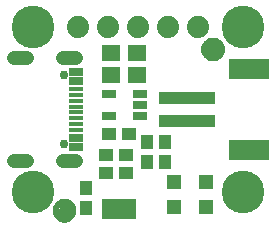
<source format=gbr>
G04 EAGLE Gerber RS-274X export*
G75*
%MOMM*%
%FSLAX34Y34*%
%LPD*%
%INSoldermask Top*%
%IPPOS*%
%AMOC8*
5,1,8,0,0,1.08239X$1,22.5*%
G01*
%ADD10R,1.301600X0.651600*%
%ADD11R,1.301600X1.301600*%
%ADD12R,1.101600X1.176600*%
%ADD13R,4.701600X1.101600*%
%ADD14R,3.501600X1.701600*%
%ADD15R,1.601600X1.401600*%
%ADD16R,1.176600X1.101600*%
%ADD17C,1.101600*%
%ADD18C,0.500000*%
%ADD19R,2.921000X1.651000*%
%ADD20C,3.617600*%
%ADD21R,1.251600X0.676600*%
%ADD22R,1.251600X0.376600*%
%ADD23C,1.209600*%
%ADD24C,0.751600*%
%ADD25C,1.879600*%


D10*
X115871Y89560D03*
X115871Y99060D03*
X115871Y108560D03*
X89869Y108560D03*
X89869Y89560D03*
D11*
X171450Y12995D03*
X171450Y33995D03*
X144780Y12995D03*
X144780Y33995D03*
D12*
X137160Y50555D03*
X137160Y67555D03*
X121920Y50555D03*
X121920Y67555D03*
D13*
X156040Y105250D03*
X156040Y85250D03*
D14*
X208040Y129250D03*
X208040Y61250D03*
D15*
X91440Y124485D03*
X91440Y143485D03*
X113030Y124485D03*
X113030Y143485D03*
D16*
X89925Y74930D03*
X106925Y74930D03*
D17*
X52070Y9525D03*
D18*
X52070Y17025D02*
X51889Y17023D01*
X51708Y17016D01*
X51527Y17005D01*
X51346Y16990D01*
X51166Y16970D01*
X50986Y16946D01*
X50807Y16918D01*
X50629Y16885D01*
X50452Y16848D01*
X50275Y16807D01*
X50100Y16762D01*
X49925Y16712D01*
X49752Y16658D01*
X49581Y16600D01*
X49410Y16538D01*
X49242Y16471D01*
X49075Y16401D01*
X48909Y16327D01*
X48746Y16248D01*
X48585Y16166D01*
X48425Y16080D01*
X48268Y15990D01*
X48113Y15896D01*
X47960Y15799D01*
X47810Y15697D01*
X47662Y15593D01*
X47516Y15484D01*
X47374Y15373D01*
X47234Y15257D01*
X47097Y15139D01*
X46962Y15017D01*
X46831Y14892D01*
X46703Y14764D01*
X46578Y14633D01*
X46456Y14498D01*
X46338Y14361D01*
X46222Y14221D01*
X46111Y14079D01*
X46002Y13933D01*
X45898Y13785D01*
X45796Y13635D01*
X45699Y13482D01*
X45605Y13327D01*
X45515Y13170D01*
X45429Y13010D01*
X45347Y12849D01*
X45268Y12686D01*
X45194Y12520D01*
X45124Y12353D01*
X45057Y12185D01*
X44995Y12014D01*
X44937Y11843D01*
X44883Y11670D01*
X44833Y11495D01*
X44788Y11320D01*
X44747Y11143D01*
X44710Y10966D01*
X44677Y10788D01*
X44649Y10609D01*
X44625Y10429D01*
X44605Y10249D01*
X44590Y10068D01*
X44579Y9887D01*
X44572Y9706D01*
X44570Y9525D01*
X52070Y17025D02*
X52251Y17023D01*
X52432Y17016D01*
X52613Y17005D01*
X52794Y16990D01*
X52974Y16970D01*
X53154Y16946D01*
X53333Y16918D01*
X53511Y16885D01*
X53688Y16848D01*
X53865Y16807D01*
X54040Y16762D01*
X54215Y16712D01*
X54388Y16658D01*
X54559Y16600D01*
X54730Y16538D01*
X54898Y16471D01*
X55065Y16401D01*
X55231Y16327D01*
X55394Y16248D01*
X55555Y16166D01*
X55715Y16080D01*
X55872Y15990D01*
X56027Y15896D01*
X56180Y15799D01*
X56330Y15697D01*
X56478Y15593D01*
X56624Y15484D01*
X56766Y15373D01*
X56906Y15257D01*
X57043Y15139D01*
X57178Y15017D01*
X57309Y14892D01*
X57437Y14764D01*
X57562Y14633D01*
X57684Y14498D01*
X57802Y14361D01*
X57918Y14221D01*
X58029Y14079D01*
X58138Y13933D01*
X58242Y13785D01*
X58344Y13635D01*
X58441Y13482D01*
X58535Y13327D01*
X58625Y13170D01*
X58711Y13010D01*
X58793Y12849D01*
X58872Y12686D01*
X58946Y12520D01*
X59016Y12353D01*
X59083Y12185D01*
X59145Y12014D01*
X59203Y11843D01*
X59257Y11670D01*
X59307Y11495D01*
X59352Y11320D01*
X59393Y11143D01*
X59430Y10966D01*
X59463Y10788D01*
X59491Y10609D01*
X59515Y10429D01*
X59535Y10249D01*
X59550Y10068D01*
X59561Y9887D01*
X59568Y9706D01*
X59570Y9525D01*
X59568Y9344D01*
X59561Y9163D01*
X59550Y8982D01*
X59535Y8801D01*
X59515Y8621D01*
X59491Y8441D01*
X59463Y8262D01*
X59430Y8084D01*
X59393Y7907D01*
X59352Y7730D01*
X59307Y7555D01*
X59257Y7380D01*
X59203Y7207D01*
X59145Y7036D01*
X59083Y6865D01*
X59016Y6697D01*
X58946Y6530D01*
X58872Y6364D01*
X58793Y6201D01*
X58711Y6040D01*
X58625Y5880D01*
X58535Y5723D01*
X58441Y5568D01*
X58344Y5415D01*
X58242Y5265D01*
X58138Y5117D01*
X58029Y4971D01*
X57918Y4829D01*
X57802Y4689D01*
X57684Y4552D01*
X57562Y4417D01*
X57437Y4286D01*
X57309Y4158D01*
X57178Y4033D01*
X57043Y3911D01*
X56906Y3793D01*
X56766Y3677D01*
X56624Y3566D01*
X56478Y3457D01*
X56330Y3353D01*
X56180Y3251D01*
X56027Y3154D01*
X55872Y3060D01*
X55715Y2970D01*
X55555Y2884D01*
X55394Y2802D01*
X55231Y2723D01*
X55065Y2649D01*
X54898Y2579D01*
X54730Y2512D01*
X54559Y2450D01*
X54388Y2392D01*
X54215Y2338D01*
X54040Y2288D01*
X53865Y2243D01*
X53688Y2202D01*
X53511Y2165D01*
X53333Y2132D01*
X53154Y2104D01*
X52974Y2080D01*
X52794Y2060D01*
X52613Y2045D01*
X52432Y2034D01*
X52251Y2027D01*
X52070Y2025D01*
X51889Y2027D01*
X51708Y2034D01*
X51527Y2045D01*
X51346Y2060D01*
X51166Y2080D01*
X50986Y2104D01*
X50807Y2132D01*
X50629Y2165D01*
X50452Y2202D01*
X50275Y2243D01*
X50100Y2288D01*
X49925Y2338D01*
X49752Y2392D01*
X49581Y2450D01*
X49410Y2512D01*
X49242Y2579D01*
X49075Y2649D01*
X48909Y2723D01*
X48746Y2802D01*
X48585Y2884D01*
X48425Y2970D01*
X48268Y3060D01*
X48113Y3154D01*
X47960Y3251D01*
X47810Y3353D01*
X47662Y3457D01*
X47516Y3566D01*
X47374Y3677D01*
X47234Y3793D01*
X47097Y3911D01*
X46962Y4033D01*
X46831Y4158D01*
X46703Y4286D01*
X46578Y4417D01*
X46456Y4552D01*
X46338Y4689D01*
X46222Y4829D01*
X46111Y4971D01*
X46002Y5117D01*
X45898Y5265D01*
X45796Y5415D01*
X45699Y5568D01*
X45605Y5723D01*
X45515Y5880D01*
X45429Y6040D01*
X45347Y6201D01*
X45268Y6364D01*
X45194Y6530D01*
X45124Y6697D01*
X45057Y6865D01*
X44995Y7036D01*
X44937Y7207D01*
X44883Y7380D01*
X44833Y7555D01*
X44788Y7730D01*
X44747Y7907D01*
X44710Y8084D01*
X44677Y8262D01*
X44649Y8441D01*
X44625Y8621D01*
X44605Y8801D01*
X44590Y8982D01*
X44579Y9163D01*
X44572Y9344D01*
X44570Y9525D01*
D12*
X69850Y11820D03*
X69850Y28820D03*
D19*
X97790Y11430D03*
D20*
X203200Y25400D03*
X203200Y165100D03*
X25400Y25400D03*
X25400Y165100D03*
D17*
X177800Y146050D03*
D18*
X177800Y153550D02*
X177619Y153548D01*
X177438Y153541D01*
X177257Y153530D01*
X177076Y153515D01*
X176896Y153495D01*
X176716Y153471D01*
X176537Y153443D01*
X176359Y153410D01*
X176182Y153373D01*
X176005Y153332D01*
X175830Y153287D01*
X175655Y153237D01*
X175482Y153183D01*
X175311Y153125D01*
X175140Y153063D01*
X174972Y152996D01*
X174805Y152926D01*
X174639Y152852D01*
X174476Y152773D01*
X174315Y152691D01*
X174155Y152605D01*
X173998Y152515D01*
X173843Y152421D01*
X173690Y152324D01*
X173540Y152222D01*
X173392Y152118D01*
X173246Y152009D01*
X173104Y151898D01*
X172964Y151782D01*
X172827Y151664D01*
X172692Y151542D01*
X172561Y151417D01*
X172433Y151289D01*
X172308Y151158D01*
X172186Y151023D01*
X172068Y150886D01*
X171952Y150746D01*
X171841Y150604D01*
X171732Y150458D01*
X171628Y150310D01*
X171526Y150160D01*
X171429Y150007D01*
X171335Y149852D01*
X171245Y149695D01*
X171159Y149535D01*
X171077Y149374D01*
X170998Y149211D01*
X170924Y149045D01*
X170854Y148878D01*
X170787Y148710D01*
X170725Y148539D01*
X170667Y148368D01*
X170613Y148195D01*
X170563Y148020D01*
X170518Y147845D01*
X170477Y147668D01*
X170440Y147491D01*
X170407Y147313D01*
X170379Y147134D01*
X170355Y146954D01*
X170335Y146774D01*
X170320Y146593D01*
X170309Y146412D01*
X170302Y146231D01*
X170300Y146050D01*
X177800Y153550D02*
X177981Y153548D01*
X178162Y153541D01*
X178343Y153530D01*
X178524Y153515D01*
X178704Y153495D01*
X178884Y153471D01*
X179063Y153443D01*
X179241Y153410D01*
X179418Y153373D01*
X179595Y153332D01*
X179770Y153287D01*
X179945Y153237D01*
X180118Y153183D01*
X180289Y153125D01*
X180460Y153063D01*
X180628Y152996D01*
X180795Y152926D01*
X180961Y152852D01*
X181124Y152773D01*
X181285Y152691D01*
X181445Y152605D01*
X181602Y152515D01*
X181757Y152421D01*
X181910Y152324D01*
X182060Y152222D01*
X182208Y152118D01*
X182354Y152009D01*
X182496Y151898D01*
X182636Y151782D01*
X182773Y151664D01*
X182908Y151542D01*
X183039Y151417D01*
X183167Y151289D01*
X183292Y151158D01*
X183414Y151023D01*
X183532Y150886D01*
X183648Y150746D01*
X183759Y150604D01*
X183868Y150458D01*
X183972Y150310D01*
X184074Y150160D01*
X184171Y150007D01*
X184265Y149852D01*
X184355Y149695D01*
X184441Y149535D01*
X184523Y149374D01*
X184602Y149211D01*
X184676Y149045D01*
X184746Y148878D01*
X184813Y148710D01*
X184875Y148539D01*
X184933Y148368D01*
X184987Y148195D01*
X185037Y148020D01*
X185082Y147845D01*
X185123Y147668D01*
X185160Y147491D01*
X185193Y147313D01*
X185221Y147134D01*
X185245Y146954D01*
X185265Y146774D01*
X185280Y146593D01*
X185291Y146412D01*
X185298Y146231D01*
X185300Y146050D01*
X185298Y145869D01*
X185291Y145688D01*
X185280Y145507D01*
X185265Y145326D01*
X185245Y145146D01*
X185221Y144966D01*
X185193Y144787D01*
X185160Y144609D01*
X185123Y144432D01*
X185082Y144255D01*
X185037Y144080D01*
X184987Y143905D01*
X184933Y143732D01*
X184875Y143561D01*
X184813Y143390D01*
X184746Y143222D01*
X184676Y143055D01*
X184602Y142889D01*
X184523Y142726D01*
X184441Y142565D01*
X184355Y142405D01*
X184265Y142248D01*
X184171Y142093D01*
X184074Y141940D01*
X183972Y141790D01*
X183868Y141642D01*
X183759Y141496D01*
X183648Y141354D01*
X183532Y141214D01*
X183414Y141077D01*
X183292Y140942D01*
X183167Y140811D01*
X183039Y140683D01*
X182908Y140558D01*
X182773Y140436D01*
X182636Y140318D01*
X182496Y140202D01*
X182354Y140091D01*
X182208Y139982D01*
X182060Y139878D01*
X181910Y139776D01*
X181757Y139679D01*
X181602Y139585D01*
X181445Y139495D01*
X181285Y139409D01*
X181124Y139327D01*
X180961Y139248D01*
X180795Y139174D01*
X180628Y139104D01*
X180460Y139037D01*
X180289Y138975D01*
X180118Y138917D01*
X179945Y138863D01*
X179770Y138813D01*
X179595Y138768D01*
X179418Y138727D01*
X179241Y138690D01*
X179063Y138657D01*
X178884Y138629D01*
X178704Y138605D01*
X178524Y138585D01*
X178343Y138570D01*
X178162Y138559D01*
X177981Y138552D01*
X177800Y138550D01*
X177619Y138552D01*
X177438Y138559D01*
X177257Y138570D01*
X177076Y138585D01*
X176896Y138605D01*
X176716Y138629D01*
X176537Y138657D01*
X176359Y138690D01*
X176182Y138727D01*
X176005Y138768D01*
X175830Y138813D01*
X175655Y138863D01*
X175482Y138917D01*
X175311Y138975D01*
X175140Y139037D01*
X174972Y139104D01*
X174805Y139174D01*
X174639Y139248D01*
X174476Y139327D01*
X174315Y139409D01*
X174155Y139495D01*
X173998Y139585D01*
X173843Y139679D01*
X173690Y139776D01*
X173540Y139878D01*
X173392Y139982D01*
X173246Y140091D01*
X173104Y140202D01*
X172964Y140318D01*
X172827Y140436D01*
X172692Y140558D01*
X172561Y140683D01*
X172433Y140811D01*
X172308Y140942D01*
X172186Y141077D01*
X172068Y141214D01*
X171952Y141354D01*
X171841Y141496D01*
X171732Y141642D01*
X171628Y141790D01*
X171526Y141940D01*
X171429Y142093D01*
X171335Y142248D01*
X171245Y142405D01*
X171159Y142565D01*
X171077Y142726D01*
X170998Y142889D01*
X170924Y143055D01*
X170854Y143222D01*
X170787Y143390D01*
X170725Y143561D01*
X170667Y143732D01*
X170613Y143905D01*
X170563Y144080D01*
X170518Y144255D01*
X170477Y144432D01*
X170440Y144609D01*
X170407Y144787D01*
X170379Y144966D01*
X170355Y145146D01*
X170335Y145326D01*
X170320Y145507D01*
X170309Y145688D01*
X170302Y145869D01*
X170300Y146050D01*
D21*
X62120Y127250D03*
X62120Y119250D03*
D22*
X62120Y112750D03*
X62120Y107750D03*
X62120Y102750D03*
X62120Y97750D03*
X62120Y92750D03*
X62120Y87750D03*
X62120Y82750D03*
X62120Y77750D03*
D21*
X62120Y71250D03*
X62120Y63250D03*
D23*
X20110Y138450D02*
X9030Y138450D01*
X9030Y52050D02*
X20110Y52050D01*
X50830Y52050D02*
X61910Y52050D01*
X61910Y138450D02*
X50830Y138450D01*
D24*
X51370Y66350D03*
X51370Y124150D03*
D16*
X103750Y57150D03*
X86750Y57150D03*
X103750Y41910D03*
X86750Y41910D03*
D25*
X63500Y165100D03*
X88900Y165100D03*
X114300Y165100D03*
X139700Y165100D03*
X165100Y165100D03*
M02*

</source>
